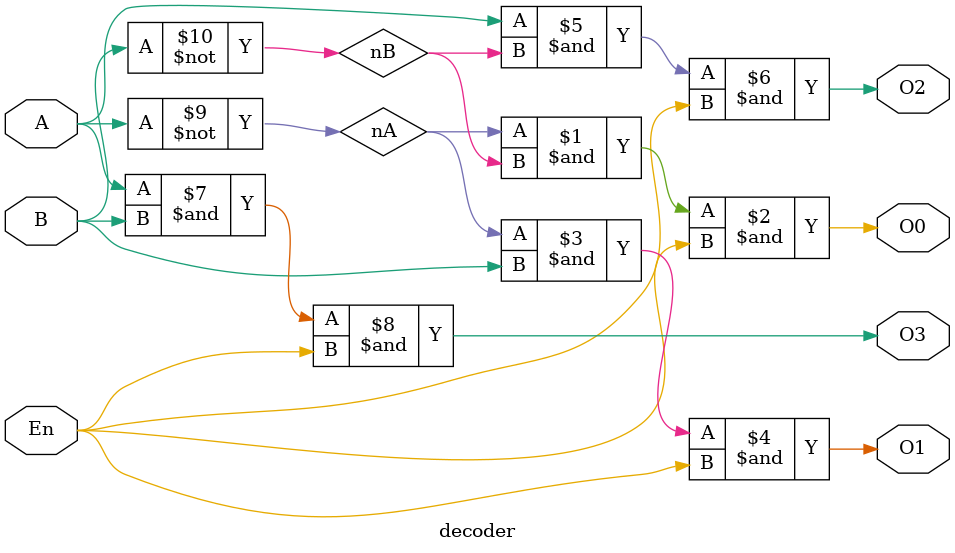
<source format=v>
`define AND and #50
`define OR or #50
`define NOT not #50
`define XNOR xnor #50
`define XOR xor #50

module fourtoonemux(A,B,C,D,Pick0,Pick1,Out);

  input A;
  input B;
  input C;
  input D;
  input Pick0;
  input Pick1;
  output Out;

  wire nPick0;
  wire nPick1;
  wire isA;
  wire isB;
  wire isC;
  wire isD;
  wire Out;
  
  `NOT Pick0inv(nPick0, Pick0);
  `NOT Pick1inv(nPick1, Pick1);
  `AND andA(isA, nPick0, nPick1, A);
  `AND andB(isB, Pick0, nPick1, B);
  `AND andC(isC, nPick0, Pick1, C);
  `AND andD(isD, Pick0, Pick1, D);
  `OR orgate(Out, isA, isB, isC, isD);

endmodule

module fulladder(A,B,Cin,O,Cout);

  input A;
  input B;
  input Cin;
  output O;
  output Cout;

  wire AxorB;
  wire AxnorB;
  wire AandB;
  wire CinandAxorB;
  wire nCin;
  wire nCinandAxorB;
  wire CinandAxnorB;

  `XOR ABxor(AxorB, A, B);
  `AND CinAxorBand(CinandAxorB, AxorB, Cin);
  `AND AB(AandB, A, B);
  `OR Carryout(Cout, AandB, CinandAxorB);
  `NOT invCin(nCin, Cin);
  `NOT nAxorB(AxnorB,AxorB);
  `AND CinAxnorB(CinandAxnorB, AxnorB, Cin);
  `AND nCinAxorB(nCinandAxorB, AxorB, nCin);
  `OR orout(O, CinandAxnorB, nCinandAxorB);

endmodule

module decoder(A, B, En, O0, O1, O2, O3);

  input A;
  input B;
  input En;
  output O0;
  output O1;
  output O2;
  output O3;

  `NOT notA(nA, A);
  `NOT notB(nB, B);
  `AND out0(O0, nA, nB, En);
  `AND out1(O1, nA, B, En);
  `AND out2(O2, A, nB, En);
  `AND out3(O3, A, B, En);

endmodule
</source>
